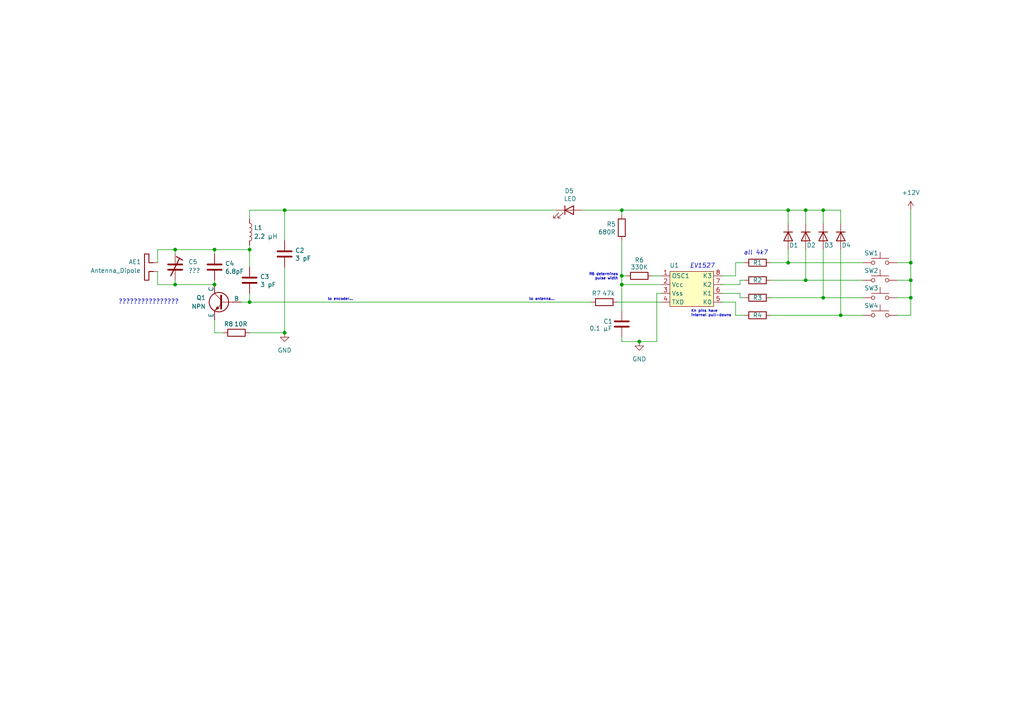
<source format=kicad_sch>
(kicad_sch (version 20231120) (generator "eeschema") (generator_version "8.0")
  (paper "A4")
  (lib_symbols
    (symbol "Device:Antenna_Dipole" (pin_numbers hide) (pin_names (offset 1.016) hide)
      (property "Reference" "AE" (at 1.27 1.27 0))
      (property "Value" "Antenna_Dipole" (at 1.27 0 0))
      (symbol "Antenna_Dipole_0_1"
        (polyline (pts (xy 2.54 -3.81) (xy 2.54 -2.54) (xy 5.08 -2.54) (xy 5.08 -1.27) (xy -2.54 -1.27) (xy -2.54 -2.54) (xy 0 -2.54) (xy 0 -3.81)) (stroke (width 0.254)))
      )
      (symbol "Antenna_Dipole_1_1"
        (pin input line (at 0 -5.08 90) (length 2.54) (name "~") (number "1"))
        (pin input line (at 2.54 -5.08 90) (length 2.54) (name "~") (number "2"))
      )
    )
    (symbol "Device:C" (pin_numbers hide) (pin_names (offset 0.254))
      (property "Reference" "C" (at 0.635 2.54 0))
      (property "Value" "C" (at 0.635 -2.54 0))
      (symbol "C_0_1"
        (polyline (pts (xy -2.032 -0.762) (xy 2.032 -0.762)) (stroke (width 0.508)))
        (polyline (pts (xy -2.032 0.762) (xy 2.032 0.762)) (stroke (width 0.508)))
      )
      (symbol "C_1_1"
        (pin passive line (at 0 3.81 270) (length 2.794) (name "~") (number "1"))
        (pin passive line (at 0 -3.81 90) (length 2.794) (name "~") (number "2"))
      )
    )
    (symbol "Device:C_Trim" (pin_numbers hide) (pin_names (offset 0.254) hide)
      (property "Reference" "C" (at 1.524 -2.032 0))
      (property "Value" "C_Trim" (at 3.048 -3.556 0))
      (symbol "C_Trim_0_1"
        (polyline (pts (xy -2.032 -0.762) (xy 2.032 -0.762)) (stroke (width 0.508)))
        (polyline (pts (xy -2.032 0.762) (xy 2.032 0.762)) (stroke (width 0.508)))
        (polyline (pts (xy 1.27 2.54) (xy -1.27 -2.54)) (stroke (width 0.3048)))
        (polyline (pts (xy 1.27 2.54) (xy 0.381 3.048)) (stroke (width 0.3048)))
        (polyline (pts (xy 1.27 2.54) (xy 2.159 2.032)) (stroke (width 0.3048)))
      )
      (symbol "C_Trim_1_1"
        (pin passive line (at 0 3.81 270) (length 3.048) (name "~") (number "1"))
        (pin passive line (at 0 -3.81 90) (length 3.048) (name "~") (number "2"))
      )
    )
    (symbol "Device:D" (pin_numbers hide) (pin_names (offset 1.016) hide)
      (property "Reference" "D" (at 0 2.54 0))
      (property "Value" "D" (at 0 -2.54 0))
      (symbol "D_0_1"
        (polyline (pts (xy -1.27 1.27) (xy -1.27 -1.27)) (stroke (width 0.254)))
        (polyline (pts (xy 1.27 0) (xy -1.27 0)))
        (polyline (pts (xy 1.27 1.27) (xy 1.27 -1.27) (xy -1.27 0) (xy 1.27 1.27)) (stroke (width 0.254)))
      )
      (symbol "D_1_1"
        (pin passive line (at -3.81 0 0) (length 2.54) (name "K") (number "1"))
        (pin passive line (at 3.81 0 180) (length 2.54) (name "A") (number "2"))
      )
    )
    (symbol "Device:L" (pin_numbers hide) (pin_names (offset 1.016) hide)
      (property "Reference" "L" (at -1.27 0 90))
      (property "Value" "L" (at 1.905 0 90))
      (symbol "L_0_1"
        (arc (start 0 -2.54) (mid 0.6323 -1.905) (end 0 -1.27))
        (arc (start 0 -1.27) (mid 0.6323 -0.635) (end 0 0))
        (arc (start 0 0) (mid 0.6323 0.635) (end 0 1.27))
        (arc (start 0 1.27) (mid 0.6323 1.905) (end 0 2.54))
      )
      (symbol "L_1_1"
        (pin passive line (at 0 3.81 270) (length 1.27) (name "1") (number "1"))
        (pin passive line (at 0 -3.81 90) (length 1.27) (name "2") (number "2"))
      )
    )
    (symbol "Device:LED" (pin_numbers hide) (pin_names (offset 1.016) hide)
      (property "Reference" "D" (at 0 2.54 0))
      (property "Value" "LED" (at 0 -2.54 0))
      (symbol "LED_0_1"
        (polyline (pts (xy -1.27 -1.27) (xy -1.27 1.27)) (stroke (width 0.254)))
        (polyline (pts (xy -1.27 0) (xy 1.27 0)))
        (polyline (pts (xy 1.27 -1.27) (xy 1.27 1.27) (xy -1.27 0) (xy 1.27 -1.27)) (stroke (width 0.254)))
        (polyline (pts (xy -3.048 -0.762) (xy -4.572 -2.286) (xy -3.81 -2.286) (xy -4.572 -2.286) (xy -4.572 -1.524)))
        (polyline (pts (xy -1.778 -0.762) (xy -3.302 -2.286) (xy -2.54 -2.286) (xy -3.302 -2.286) (xy -3.302 -1.524)))
      )
      (symbol "LED_1_1"
        (pin passive line (at -3.81 0 0) (length 2.54) (name "K") (number "1"))
        (pin passive line (at 3.81 0 180) (length 2.54) (name "A") (number "2"))
      )
    )
    (symbol "Device:R" (pin_numbers hide) (pin_names (offset 0))
      (property "Reference" "R" (at 2.032 0 90))
      (property "Value" "R" (at 0 0 90))
      (symbol "R_0_1"
        (rectangle (start -1.016 -2.54) (end 1.016 2.54) (stroke (width 0.254)))
      )
      (symbol "R_1_1"
        (pin passive line (at 0 3.81 270) (length 1.27) (name "~") (number "1"))
        (pin passive line (at 0 -3.81 90) (length 1.27) (name "~") (number "2"))
      )
    )
    (symbol "Simulation_SPICE:NPN" (pin_numbers hide) (pin_names (offset 0))
      (property "Reference" "Q" (at -2.54 7.62 0))
      (property "Value" "NPN" (at -2.54 5.08 0))
      (symbol "NPN_0_1"
        (polyline (pts (xy -2.54 0) (xy 0.635 0)) (stroke (width 0.1524)))
        (polyline (pts (xy 0.635 0.635) (xy 2.54 2.54)))
        (polyline (pts (xy 2.794 -1.27) (xy 2.794 -1.27)) (stroke (width 0.1524)))
        (polyline (pts (xy 2.794 -1.27) (xy 2.794 -1.27)) (stroke (width 0.1524)))
        (polyline (pts (xy 0.635 -0.635) (xy 2.54 -2.54) (xy 2.54 -2.54)))
        (polyline (pts (xy 0.635 1.905) (xy 0.635 -1.905) (xy 0.635 -1.905)) (stroke (width 0.508)))
        (polyline (pts (xy 1.27 -1.778) (xy 1.778 -1.27) (xy 2.286 -2.286) (xy 1.27 -1.778) (xy 1.27 -1.778)) (fill (type outline)))
        (circle (center 1.27 0) (radius 2.8194) (stroke (width 0.254)))
      )
      (symbol "NPN_1_1"
        (pin open_collector line (at 2.54 5.08 270) (length 2.54) (name "C") (number "1"))
        (pin input line (at -5.08 0 0) (length 2.54) (name "B") (number "2"))
        (pin open_emitter line (at 2.54 -5.08 90) (length 2.54) (name "E") (number "3"))
      )
    )
    (symbol "Switch:SW_Push" (pin_numbers hide) (pin_names (offset 1.016) hide)
      (property "Reference" "SW" (at 1.27 2.54 0))
      (property "Value" "SW_Push" (at 0 -1.524 0))
      (symbol "SW_Push_0_1"
        (circle (center -2.032 0) (radius 0.508))
        (polyline (pts (xy 0 1.27) (xy 0 3.048)))
        (polyline (pts (xy 2.54 1.27) (xy -2.54 1.27)))
        (circle (center 2.032 0) (radius 0.508))
        (pin passive line (at -5.08 0 0) (length 2.54) (name "1") (number "1"))
        (pin passive line (at 5.08 0 180) (length 2.54) (name "2") (number "2"))
      )
    )
    (symbol "ev1527:EV1527"
      (property "Reference" "U" (at 0 0 0))
      (symbol "EV1527_1_1"
        (rectangle (start -6.35 -2.54) (end 6.35 -12.7) (fill (type background)))
        (pin input line (at -8.89 -3.81 0) (length 2.54) (name "OSC1") (number "1"))
        (pin input line (at -8.89 -6.35 0) (length 2.54) (name "Vcc") (number "2"))
        (pin input line (at -8.89 -8.89 0) (length 2.54) (name "Vss") (number "3"))
        (pin input line (at -8.89 -11.43 0) (length 2.54) (name "TXD") (number "4"))
        (pin input line (at 8.89 -11.43 180) (length 2.54) (name "K0") (number "5"))
        (pin input line (at 8.89 -8.89 180) (length 2.54) (name "K1") (number "6"))
        (pin input line (at 8.89 -6.35 180) (length 2.54) (name "K2") (number "7"))
        (pin input line (at 8.89 -3.81 180) (length 2.54) (name "K3") (number "8"))
      )
    )
    (symbol "power:+12V" (power) (pin_numbers hide) (pin_names (offset 0) hide)
      (property "Value" "+12V" (at 0 3.556 0))
      (symbol "+12V_0_1"
        (polyline (pts (xy -0.762 1.27) (xy 0 2.54)))
        (polyline (pts (xy 0 0) (xy 0 2.54)))
        (polyline (pts (xy 0 2.54) (xy 0.762 1.27)))
      )
      (symbol "+12V_1_1"
        (pin power_in line (at 0 0 90) (length 0) (name "~") (number "1"))
      )
    )
    (symbol "power:GND" (power) (pin_numbers hide) (pin_names (offset 0) hide)
      (property "Value" "GND" (at 0 -3.81 0))
      (symbol "GND_0_1"
        (polyline (pts (xy 0 0) (xy 0 -1.27) (xy 1.27 -1.27) (xy 0 -2.54) (xy -1.27 -1.27) (xy 0 -1.27)))
      )
      (symbol "GND_1_1"
        (pin power_in line (at 0 0 270) (length 0) (name "~") (number "1"))
      )
    )
  )
  (junction (at 82.55 96.52))
  (junction (at 264.16 76.2))
  (junction (at 180.34 60.96))
  (junction (at 50.8 72.39))
  (junction (at 180.34 82.55))
  (junction (at 82.55 60.96))
  (junction (at 238.76 86.36))
  (junction (at 238.76 60.96))
  (junction (at 264.16 86.36))
  (junction (at 180.34 80.01))
  (junction (at 233.68 81.28))
  (junction (at 228.6 76.2))
  (junction (at 50.8 82.55))
  (junction (at 62.23 82.55))
  (junction (at 233.68 60.96))
  (junction (at 228.6 60.96))
  (junction (at 264.16 81.28))
  (junction (at 72.39 87.63))
  (junction (at 72.39 72.39))
  (junction (at 62.23 72.39))
  (junction (at 243.84 91.44))
  (junction (at 185.42 99.06))
  (wire (pts (xy 243.84 72.39) (xy 243.84 91.44)))
  (wire (pts (xy 213.36 87.63) (xy 213.36 91.44)))
  (wire (pts (xy 260.35 86.36) (xy 264.16 86.36)))
  (wire (pts (xy 62.23 72.39) (xy 72.39 72.39)))
  (wire (pts (xy 228.6 76.2) (xy 250.19 76.2)))
  (wire (pts (xy 189.23 80.01) (xy 191.77 80.01)))
  (wire (pts (xy 69.85 87.63) (xy 72.39 87.63)))
  (wire (pts (xy 243.84 60.96) (xy 238.76 60.96)))
  (wire (pts (xy 45.72 72.39) (xy 50.8 72.39)))
  (wire (pts (xy 233.68 72.39) (xy 233.68 81.28)))
  (wire (pts (xy 72.39 63.5) (xy 72.39 60.96)))
  (wire (pts (xy 180.34 60.96) (xy 180.34 62.23)))
  (wire (pts (xy 209.55 80.01) (xy 213.36 80.01)))
  (wire (pts (xy 82.55 60.96) (xy 161.29 60.96)))
  (wire (pts (xy 209.55 82.55) (xy 214.63 82.55)))
  (wire (pts (xy 191.77 82.55) (xy 180.34 82.55)))
  (wire (pts (xy 180.34 80.01) (xy 180.34 69.85)))
  (wire (pts (xy 50.8 73.66) (xy 50.8 72.39)))
  (wire (pts (xy 213.36 76.2) (xy 215.9 76.2)))
  (wire (pts (xy 45.72 82.55) (xy 50.8 82.55)))
  (wire (pts (xy 179.07 87.63) (xy 191.77 87.63)))
  (wire (pts (xy 260.35 81.28) (xy 264.16 81.28)))
  (wire (pts (xy 238.76 86.36) (xy 250.19 86.36)))
  (wire (pts (xy 214.63 82.55) (xy 214.63 81.28)))
  (wire (pts (xy 214.63 86.36) (xy 215.9 86.36)))
  (wire (pts (xy 213.36 80.01) (xy 213.36 76.2)))
  (wire (pts (xy 243.84 64.77) (xy 243.84 60.96)))
  (wire (pts (xy 238.76 60.96) (xy 233.68 60.96)))
  (wire (pts (xy 190.5 85.09) (xy 190.5 99.06)))
  (wire (pts (xy 214.63 85.09) (xy 214.63 86.36)))
  (wire (pts (xy 82.55 77.47) (xy 82.55 96.52)))
  (wire (pts (xy 190.5 99.06) (xy 185.42 99.06)))
  (wire (pts (xy 72.39 71.12) (xy 72.39 72.39)))
  (wire (pts (xy 45.72 76.2) (xy 45.72 72.39)))
  (wire (pts (xy 50.8 72.39) (xy 62.23 72.39)))
  (wire (pts (xy 50.8 81.28) (xy 50.8 82.55)))
  (wire (pts (xy 168.91 60.96) (xy 180.34 60.96)))
  (wire (pts (xy 243.84 91.44) (xy 250.19 91.44)))
  (wire (pts (xy 264.16 60.96) (xy 264.16 76.2)))
  (wire (pts (xy 72.39 96.52) (xy 82.55 96.52)))
  (wire (pts (xy 223.52 81.28) (xy 233.68 81.28)))
  (wire (pts (xy 191.77 85.09) (xy 190.5 85.09)))
  (wire (pts (xy 260.35 91.44) (xy 264.16 91.44)))
  (wire (pts (xy 233.68 60.96) (xy 228.6 60.96)))
  (wire (pts (xy 72.39 85.09) (xy 72.39 87.63)))
  (wire (pts (xy 223.52 86.36) (xy 238.76 86.36)))
  (wire (pts (xy 223.52 91.44) (xy 243.84 91.44)))
  (wire (pts (xy 233.68 81.28) (xy 250.19 81.28)))
  (wire (pts (xy 62.23 81.28) (xy 62.23 82.55)))
  (wire (pts (xy 72.39 72.39) (xy 72.39 77.47)))
  (wire (pts (xy 214.63 81.28) (xy 215.9 81.28)))
  (wire (pts (xy 62.23 92.71) (xy 62.23 96.52)))
  (wire (pts (xy 82.55 69.85) (xy 82.55 60.96)))
  (wire (pts (xy 62.23 96.52) (xy 64.77 96.52)))
  (wire (pts (xy 72.39 87.63) (xy 171.45 87.63)))
  (wire (pts (xy 264.16 76.2) (xy 260.35 76.2)))
  (wire (pts (xy 233.68 60.96) (xy 233.68 64.77)))
  (wire (pts (xy 264.16 81.28) (xy 264.16 76.2)))
  (wire (pts (xy 181.61 80.01) (xy 180.34 80.01)))
  (wire (pts (xy 209.55 87.63) (xy 213.36 87.63)))
  (wire (pts (xy 228.6 72.39) (xy 228.6 76.2)))
  (wire (pts (xy 62.23 73.66) (xy 62.23 72.39)))
  (wire (pts (xy 180.34 97.79) (xy 180.34 99.06)))
  (wire (pts (xy 238.76 60.96) (xy 238.76 64.77)))
  (wire (pts (xy 50.8 82.55) (xy 62.23 82.55)))
  (wire (pts (xy 238.76 72.39) (xy 238.76 86.36)))
  (wire (pts (xy 264.16 86.36) (xy 264.16 81.28)))
  (wire (pts (xy 72.39 60.96) (xy 82.55 60.96)))
  (wire (pts (xy 180.34 82.55) (xy 180.34 80.01)))
  (wire (pts (xy 209.55 85.09) (xy 214.63 85.09)))
  (wire (pts (xy 223.52 76.2) (xy 228.6 76.2)))
  (wire (pts (xy 180.34 60.96) (xy 228.6 60.96)))
  (wire (pts (xy 45.72 78.74) (xy 45.72 82.55)))
  (wire (pts (xy 185.42 99.06) (xy 180.34 99.06)))
  (wire (pts (xy 264.16 91.44) (xy 264.16 86.36)))
  (wire (pts (xy 213.36 91.44) (xy 215.9 91.44)))
  (wire (pts (xy 228.6 60.96) (xy 228.6 64.77)))
  (wire (pts (xy 180.34 82.55) (xy 180.34 90.17)))
  (text "Kn pins have\ninternal pull-downs" (at 200.406 90.932 0) (effects (font (size 0.762 0.762)) (justify left)))
  (text "all 4k7" (at 219.202 73.406 0) (effects (font (size 1.27 1.27) (italic yes))))
  (text "to encoder..." (at 94.996 86.868 0) (effects (font (size 0.762 0.762)) (justify left)))
  (text "to antenna..." (at 153.416 86.868 0) (effects (font (size 0.762 0.762)) (justify left)))
  (text "????????????????\n" (at 34.29 87.63 0) (effects (font (size 1.27 1.27)) (justify left)))
  (text "EV1527" (at 203.708 77.216 0) (effects (font (size 1.27 1.27) (italic yes))))
  (text "R6 determines\npulse width" (at 179.324 80.264 0) (effects (font (size 0.762 0.762)) (justify right)))
  (symbol (lib_id "Device:R") (at 175.26 87.63 90) (unit 1)
    (property "Reference" "R7" (at 172.974 85.09 90))
    (property "Value" "47k" (at 176.53 85.09 90))
    (property "Description" "Resistor" (effects (hide yes)))
  )
  (symbol (lib_id "Device:D") (at 233.68 68.58 270) (unit 1)
    (property "Reference" "D2" (at 233.934 71.12 90) (effects (justify left)))
    (property "Value" "D" (effects (hide yes)))
    (property "Description" "Diode" (effects (hide yes)))
    (property "Sim.Device" "D" (effects (hide yes)))
    (property "Sim.Pins" "1=K 2=A" (effects (hide yes)))
  )
  (symbol (lib_id "Switch:SW_Push") (at 255.27 91.44 0) (unit 1)
    (property "Reference" "SW4" (at 252.73 88.646 0))
    (property "Value" "SW_Push" (effects (hide yes)))
    (property "Description" "Push button switch, generic, two pins" (effects (hide yes)))
  )
  (symbol (lib_id "Device:C") (at 180.34 93.98 0) (unit 1)
    (property "Reference" "C1" (at 175.006 93.218 0) (effects (justify left)))
    (property "Value" "0.1 µF" (at 170.942 95.25 0) (effects (justify left)))
    (property "Description" "Unpolarized capacitor" (effects (hide yes)))
  )
  (symbol (lib_id "Simulation_SPICE:NPN") (at 64.77 87.63 0) (mirror y) (unit 1)
    (property "Reference" "Q1" (at 59.69 86.3599 0) (effects (justify left)))
    (property "Value" "NPN" (at 59.69 88.8999 0) (effects (justify left)))
    (property "Datasheet" "https://ngspice.sourceforge.io/docs/ngspice-html-manual/manual.xhtml#cha_BJTs" (effects (hide yes)))
    (property "Description" "Bipolar transistor symbol for simulation only, substrate tied to the emitter" (effects (hide yes)))
    (property "Sim.Device" "NPN" (effects (hide yes)))
    (property "Sim.Type" "GUMMELPOON" (effects (hide yes)))
    (property "Sim.Pins" "1=C 2=B 3=E" (effects (hide yes)))
  )
  (symbol (lib_id "power:+12V") (at 264.16 60.96 0) (unit 1)
    (property "Reference" "#PWR01" (effects (hide yes)))
    (property "Value" "+12V" (at 264.16 55.88 0))
    (property "Description" "Power symbol creates a global label with name \"+12V\"" (effects (hide yes)))
  )
  (symbol (lib_id "power:GND") (at 82.55 96.52 0) (unit 1)
    (property "Reference" "#PWR03" (effects (hide yes)))
    (property "Value" "GND" (at 82.55 101.6 0))
    (property "Description" "Power symbol creates a global label with name \"GND\" , ground" (effects (hide yes)))
  )
  (symbol (lib_id "Device:R") (at 219.71 81.28 90) (unit 1)
    (property "Reference" "R2" (at 219.71 81.28 90))
    (property "Value" "4k7" (effects (hide yes)))
    (property "Description" "Resistor" (effects (hide yes)))
  )
  (symbol (lib_id "Device:R") (at 219.71 76.2 90) (unit 1)
    (property "Reference" "R1" (at 219.71 76.2 90))
    (property "Value" "4k7" (effects (hide yes)))
    (property "Description" "Resistor" (effects (hide yes)))
  )
  (symbol (lib_id "Device:Antenna_Dipole") (at 40.64 78.74 90) (unit 1)
    (property "Reference" "AE1" (at 39.116 75.946 90))
    (property "Value" "Antenna_Dipole" (at 33.528 78.486 90))
    (property "Description" "Dipole antenna" (effects (hide yes)))
  )
  (symbol (lib_id "Device:R") (at 180.34 66.04 180) (unit 1)
    (property "Reference" "R5" (at 177.292 65.024 0))
    (property "Value" "680R" (at 176.022 67.31 0))
    (property "Description" "Resistor" (effects (hide yes)))
  )
  (symbol (lib_id "Device:D") (at 228.6 68.58 270) (unit 1)
    (property "Reference" "D1" (at 228.854 71.12 90) (effects (justify left)))
    (property "Value" "D" (effects (hide yes)))
    (property "Description" "Diode" (effects (hide yes)))
    (property "Sim.Device" "D" (effects (hide yes)))
    (property "Sim.Pins" "1=K 2=A" (effects (hide yes)))
  )
  (symbol (lib_id "Device:R") (at 219.71 91.44 90) (unit 1)
    (property "Reference" "R4" (at 219.71 91.44 90))
    (property "Value" "4k7" (effects (hide yes)))
    (property "Description" "Resistor" (effects (hide yes)))
  )
  (symbol (lib_id "Device:C") (at 62.23 77.47 0) (unit 1)
    (property "Reference" "C4" (at 65.278 76.454 0) (effects (justify left)))
    (property "Value" "6.8pF" (at 65.278 78.74 0) (effects (justify left)))
    (property "Description" "Unpolarized capacitor" (effects (hide yes)))
  )
  (symbol (lib_id "Device:L") (at 72.39 67.31 0) (unit 1)
    (property "Reference" "L1" (at 73.66 66.0399 0) (effects (justify left)))
    (property "Value" "2.2 µH" (at 73.66 68.5799 0) (effects (justify left)))
    (property "Description" "Inductor" (effects (hide yes)))
  )
  (symbol (lib_id "ev1527:EV1527") (at 200.66 76.2 0) (unit 1)
    (property "Reference" "U1" (at 195.58 76.962 0))
    (property "Value" "~" (at 200.66 77.47 0))
  )
  (symbol (lib_id "Device:D") (at 238.76 68.58 270) (unit 1)
    (property "Reference" "D3" (at 239.014 71.12 90) (effects (justify left)))
    (property "Value" "D" (effects (hide yes)))
    (property "Description" "Diode" (effects (hide yes)))
    (property "Sim.Device" "D" (effects (hide yes)))
    (property "Sim.Pins" "1=K 2=A" (effects (hide yes)))
  )
  (symbol (lib_id "Device:C") (at 82.55 73.66 0) (unit 1)
    (property "Reference" "C2" (at 85.598 72.644 0) (effects (justify left)))
    (property "Value" "3 pF" (at 85.598 74.93 0) (effects (justify left)))
    (property "Description" "Unpolarized capacitor" (effects (hide yes)))
  )
  (symbol (lib_id "Switch:SW_Push") (at 255.27 86.36 0) (unit 1)
    (property "Reference" "SW3" (at 252.73 83.566 0))
    (property "Value" "SW_Push" (effects (hide yes)))
    (property "Description" "Push button switch, generic, two pins" (effects (hide yes)))
  )
  (symbol (lib_id "Switch:SW_Push") (at 255.27 76.2 0) (unit 1)
    (property "Reference" "SW1" (at 252.73 73.406 0))
    (property "Value" "SW_Push" (effects (hide yes)))
    (property "Description" "Push button switch, generic, two pins" (effects (hide yes)))
  )
  (symbol (lib_id "Device:R") (at 219.71 86.36 90) (unit 1)
    (property "Reference" "R3" (at 219.71 86.36 90))
    (property "Value" "4k7" (effects (hide yes)))
    (property "Description" "Resistor" (effects (hide yes)))
  )
  (symbol (lib_id "Device:C_Trim") (at 50.8 77.47 0) (unit 1)
    (property "Reference" "C5" (at 54.61 75.9459 0) (effects (justify left)))
    (property "Value" "???" (at 54.61 78.4859 0) (effects (justify left)))
    (property "Description" "Trimmable capacitor" (effects (hide yes)))
  )
  (symbol (lib_id "Device:R") (at 68.58 96.52 90) (unit 1)
    (property "Reference" "R8" (at 66.294 93.98 90))
    (property "Value" "10R" (at 69.85 93.98 90))
    (property "Description" "Resistor" (effects (hide yes)))
  )
  (symbol (lib_id "Device:C") (at 72.39 81.28 0) (unit 1)
    (property "Reference" "C3" (at 75.438 80.264 0) (effects (justify left)))
    (property "Value" "3 pF" (at 75.438 82.55 0) (effects (justify left)))
    (property "Description" "Unpolarized capacitor" (effects (hide yes)))
  )
  (symbol (lib_id "Switch:SW_Push") (at 255.27 81.28 0) (unit 1)
    (property "Reference" "SW2" (at 252.73 78.486 0))
    (property "Value" "SW_Push" (effects (hide yes)))
    (property "Description" "Push button switch, generic, two pins" (effects (hide yes)))
  )
  (symbol (lib_id "Device:D") (at 243.84 68.58 270) (unit 1)
    (property "Reference" "D4" (at 244.094 71.12 90) (effects (justify left)))
    (property "Value" "D" (effects (hide yes)))
    (property "Description" "Diode" (effects (hide yes)))
    (property "Sim.Device" "D" (effects (hide yes)))
    (property "Sim.Pins" "1=K 2=A" (effects (hide yes)))
  )
  (symbol (lib_id "power:GND") (at 185.42 99.06 0) (unit 1)
    (property "Reference" "#PWR02" (effects (hide yes)))
    (property "Value" "GND" (at 185.42 104.14 0))
    (property "Description" "Power symbol creates a global label with name \"GND\" , ground" (effects (hide yes)))
  )
  (symbol (lib_id "Device:LED") (at 165.1 60.96 0) (unit 1)
    (property "Reference" "D5" (at 165.1 55.372 0))
    (property "Value" "LED" (at 165.354 57.658 0))
    (property "Description" "Light emitting diode" (effects (hide yes)))
  )
  (symbol (lib_id "Device:R") (at 185.42 80.01 90) (unit 1)
    (property "Reference" "R6" (at 185.42 75.438 90))
    (property "Value" "330K" (at 185.42 77.47 90))
    (property "Description" "Resistor" (effects (hide yes)))
  )
)
</source>
